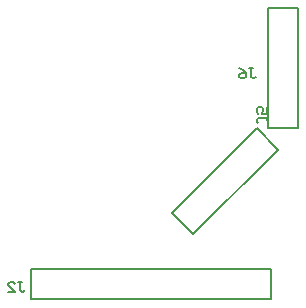
<source format=gbo>
G04 Layer_Color=32896*
%FSLAX25Y25*%
%MOIN*%
G70*
G01*
G75*
%ADD42C,0.00787*%
%ADD43C,0.00700*%
D42*
X124535Y99500D02*
X134535D01*
Y59500D02*
Y99500D01*
X124535Y59500D02*
X134535D01*
X124535D02*
Y99500D01*
X120802Y59528D02*
X127873Y52457D01*
X99589Y24173D02*
X127873Y52457D01*
X92518Y31244D02*
X99589Y24173D01*
X92518Y31244D02*
X120802Y59528D01*
X125535Y2500D02*
Y12500D01*
X45535Y2500D02*
X125535D01*
X45535D02*
Y12500D01*
X125535D01*
D43*
X41336Y8299D02*
X42436D01*
X41886D01*
Y5550D01*
X42436Y5000D01*
X42986D01*
X43535Y5550D01*
X38037Y5000D02*
X40236D01*
X38037Y7199D01*
Y7749D01*
X38587Y8299D01*
X39687D01*
X40236Y7749D01*
X124144Y63390D02*
Y62290D01*
Y62840D01*
X121395D01*
X120845Y62290D01*
Y61740D01*
X121395Y61190D01*
X124144Y66689D02*
Y64490D01*
X122494D01*
X123044Y65589D01*
Y66139D01*
X122494Y66689D01*
X121395D01*
X120845Y66139D01*
Y65039D01*
X121395Y64490D01*
X118372Y79542D02*
X119471D01*
X118921D01*
Y76793D01*
X119471Y76243D01*
X120021D01*
X120571Y76793D01*
X115073Y79542D02*
X116172Y78992D01*
X117272Y77893D01*
Y76793D01*
X116722Y76243D01*
X115622D01*
X115073Y76793D01*
Y77343D01*
X115622Y77893D01*
X117272D01*
M02*

</source>
